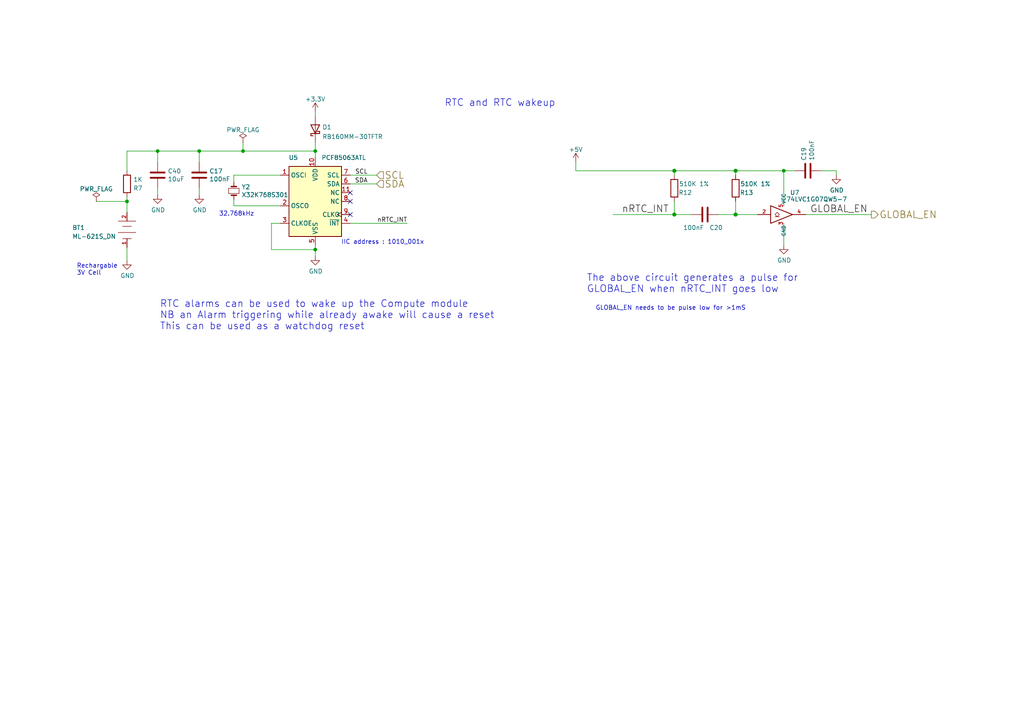
<source format=kicad_sch>
(kicad_sch (version 20211123) (generator eeschema)
  (paper "A4")
  (title_block (title "Yak") (date "2022-02-01") (rev "2") (company "Pionix GmbH") (comment 1 "Cornelius Claussen"))
  (lib_symbols
    (symbol "CM4IO:74LVC1G07_copy"
      (property "Reference" "U" (at -2.54 3.81 0))
      (property "Value" "74LVC1G07_copy" (at 0 -3.81 0))
      (symbol "74LVC1G07_copy_0_1"
        (polyline (pts (xy -2.54 -0.635) (xy -1.27 -0.635)))
        (polyline (pts (xy -3.81 2.54) (xy -3.81 -2.54) (xy 2.54 0) (xy -3.81 2.54)) (stroke (width 0.254)))
        (polyline (pts (xy -1.905 0.635) (xy -2.54 0) (xy -1.905 -0.635) (xy -1.27 0) (xy -1.905 0.635)))
      )
      (symbol "74LVC1G07_copy_1_1"
        (pin input line (at -7.62 0 0) (length 3.81) (name "~") (number "2"))
        (pin power_in line (at 0 -2.54 270) (length 0) (name "GND") (number "3"))
        (pin open_collector line (at 6.35 0 180) (length 3.81) (name "~") (number "4"))
        (pin power_in line (at 0 2.54 90) (length 0) (name "VCC") (number "5"))
      )
    )
    (symbol "Device:C" (pin_numbers hide) (pin_names (offset 0.254))
      (property "Reference" "C" (at 0.635 2.54 0))
      (property "Value" "C" (at 0.635 -2.54 0))
      (symbol "C_0_1"
        (polyline (pts (xy -2.032 -0.762) (xy 2.032 -0.762)) (stroke (width 0.508)))
        (polyline (pts (xy -2.032 0.762) (xy 2.032 0.762)) (stroke (width 0.508)))
      )
      (symbol "C_1_1"
        (pin passive line (at 0 3.81 270) (length 2.794) (name "~") (number "1"))
        (pin passive line (at 0 -3.81 90) (length 2.794) (name "~") (number "2"))
      )
    )
    (symbol "Device:Crystal_Small" (pin_numbers hide) (pin_names (offset 1.016) hide)
      (property "Reference" "Y" (at 0 2.54 0))
      (property "Value" "Crystal_Small" (at 0 -2.54 0))
      (symbol "Crystal_Small_0_1"
        (rectangle (start -0.762 -1.524) (end 0.762 1.524))
        (polyline (pts (xy -1.27 -0.762) (xy -1.27 0.762)) (stroke (width 0.381)))
        (polyline (pts (xy 1.27 -0.762) (xy 1.27 0.762)) (stroke (width 0.381)))
      )
      (symbol "Crystal_Small_1_1"
        (pin passive line (at -2.54 0 0) (length 1.27) (name "1") (number "1"))
        (pin passive line (at 2.54 0 180) (length 1.27) (name "2") (number "2"))
      )
    )
    (symbol "Device:D_Schottky" (pin_numbers hide) (pin_names (offset 1.016) hide)
      (property "Reference" "D" (at 0 2.54 0))
      (property "Value" "D_Schottky" (at 0 -2.54 0))
      (symbol "D_Schottky_0_1"
        (polyline (pts (xy 1.27 0) (xy -1.27 0)))
        (polyline (pts (xy 1.27 1.27) (xy 1.27 -1.27) (xy -1.27 0) (xy 1.27 1.27)) (stroke (width 0.254)))
        (polyline (pts (xy -1.905 0.635) (xy -1.905 1.27) (xy -1.27 1.27) (xy -1.27 -1.27) (xy -0.635 -1.27) (xy -0.635 -0.635)) (stroke (width 0.254)))
      )
      (symbol "D_Schottky_1_1"
        (pin passive line (at -3.81 0 0) (length 2.54) (name "K") (number "1"))
        (pin passive line (at 3.81 0 180) (length 2.54) (name "A") (number "2"))
      )
    )
    (symbol "Device:R" (pin_numbers hide) (pin_names (offset 0))
      (property "Reference" "R" (at 2.032 0 90))
      (property "Value" "R" (at 0 0 90))
      (symbol "R_0_1"
        (rectangle (start -1.016 -2.54) (end 1.016 2.54) (stroke (width 0.254)))
      )
      (symbol "R_1_1"
        (pin passive line (at 0 3.81 270) (length 1.27) (name "~") (number "1"))
        (pin passive line (at 0 -3.81 90) (length 1.27) (name "~") (number "2"))
      )
    )
    (symbol "Pionix:ML-621S_DN" (pin_names (offset 1.016))
      (property "Reference" "BT" (at 0 0 0))
      (property "Value" "ML-621S_DN" (at 0 2.54 0))
      (symbol "ML-621S_DN_1_0"
        (text "+" (at 2.54 -3.048 1) (effects (font (size 1.524 1.524))))
        (text "-" (at 3.81 -12.7 0) (effects (font (size 1.524 1.524))))
      )
      (symbol "ML-621S_DN_1_1"
        (polyline (pts (xy 1.27 -10.16) (xy -1.27 -10.16)))
        (polyline (pts (xy 1.27 -6.604) (xy -1.27 -6.604)))
        (polyline (pts (xy 2.54 -8.382) (xy -2.54 -8.382)))
        (polyline (pts (xy 2.54 -5.08) (xy -2.54 -5.08)))
        (pin power_in line (at 0 -12.7 90) (length 2.54) (name "CATHODE") (number "1"))
        (pin power_in line (at 0 -2.54 270) (length 2.54) (name "ANODE") (number "2"))
      )
    )
    (symbol "Pionix:PCF85063ATL"
      (property "Reference" "U5" (at -6.35 10.16 0))
      (property "Value" "PCF85063ATL" (at 8.255 10.16 0))
      (symbol "PCF85063ATL_0_1"
        (rectangle (start -7.62 7.62) (end 7.62 -12.7) (stroke (width 0.254)) (fill (type background)))
      )
      (symbol "PCF85063ATL_1_1"
        (pin input line (at -10.16 5.08 0) (length 2.54) (name "OSCI") (number "1"))
        (pin power_in line (at 0 10.16 270) (length 2.54) (name "VDD") (number "10"))
        (pin input line (at 10.16 0 180) (length 2.54) (name "NC") (number "11"))
        (pin output line (at -10.16 -3.81 0) (length 2.54) (name "OSCO") (number "2"))
        (pin input line (at -10.16 -8.89 0) (length 2.54) (name "CLKOE") (number "3"))
        (pin output line (at 10.16 -8.89 180) (length 2.54) (name "~{INT}") (number "4"))
        (pin power_in line (at 0 -15.24 90) (length 2.54) (name "VSS") (number "5"))
        (pin bidirectional line (at 10.16 2.54 180) (length 2.54) (name "SDA") (number "6"))
        (pin input line (at 10.16 5.08 180) (length 2.54) (name "SCL") (number "7"))
        (pin input line (at 10.16 -2.54 180) (length 2.54) (name "NC") (number "8"))
        (pin output clock (at 10.16 -6.35 180) (length 2.54) (name "CLKO") (number "9"))
      )
    )
    (symbol "power:+3.3V" (power) (pin_names (offset 0))
      (property "Value" "+3.3V" (at 0 3.556 0))
      (symbol "+3.3V_0_1"
        (polyline (pts (xy -0.762 1.27) (xy 0 2.54)))
        (polyline (pts (xy 0 0) (xy 0 2.54)))
        (polyline (pts (xy 0 2.54) (xy 0.762 1.27)))
      )
      (symbol "+3.3V_1_1"
        (pin power_in line (at 0 0 90) (length 0) hide (name "+3.3V") (number "1"))
      )
    )
    (symbol "power:+5V" (power) (pin_names (offset 0))
      (property "Value" "+5V" (at 0 3.556 0))
      (symbol "+5V_0_1"
        (polyline (pts (xy -0.762 1.27) (xy 0 2.54)))
        (polyline (pts (xy 0 0) (xy 0 2.54)))
        (polyline (pts (xy 0 2.54) (xy 0.762 1.27)))
      )
      (symbol "+5V_1_1"
        (pin power_in line (at 0 0 90) (length 0) hide (name "+5V") (number "1"))
      )
    )
    (symbol "power:GND" (power) (pin_names (offset 0))
      (property "Value" "GND" (at 0 -3.81 0))
      (symbol "GND_0_1"
        (polyline (pts (xy 0 0) (xy 0 -1.27) (xy 1.27 -1.27) (xy 0 -2.54) (xy -1.27 -1.27) (xy 0 -1.27)))
      )
      (symbol "GND_1_1"
        (pin power_in line (at 0 0 270) (length 0) hide (name "GND") (number "1"))
      )
    )
    (symbol "power:PWR_FLAG" (power) (pin_numbers hide) (pin_names (offset 0) hide)
      (property "Value" "PWR_FLAG" (at 0 3.81 0))
      (symbol "PWR_FLAG_0_0"
        (pin power_out line (at 0 0 90) (length 0) (name "pwr") (number "1"))
      )
      (symbol "PWR_FLAG_0_1"
        (polyline (pts (xy 0 0) (xy 0 1.27) (xy -1.016 1.905) (xy 0 2.54) (xy 1.016 1.905) (xy 0 1.27)))
      )
    )
  )
  (junction (at 213.36 62.23) (diameter 1.016))
  (junction (at 195.58 49.53) (diameter 1.016))
  (junction (at 91.44 72.39))
  (junction (at 91.44 43.815))
  (junction (at 57.785 43.815))
  (junction (at 70.485 43.815))
  (junction (at 36.83 58.42))
  (junction (at 213.36 49.53) (diameter 1.016))
  (junction (at 195.58 62.23) (diameter 1.016))
  (junction (at 45.72 43.815))
  (junction (at 227.33 49.53))
  (no_connect (at 101.6 62.23))
  (no_connect (at 101.6 58.42))
  (no_connect (at 101.6 55.88))
  (wire (pts (xy 109.22 53.34) (xy 101.6 53.34)))
  (wire (pts (xy 57.785 56.515) (xy 57.785 54.61)))
  (wire (pts (xy 101.6 64.77) (xy 118.11 64.77)))
  (wire (pts (xy 78.74 64.77) (xy 78.74 72.39)))
  (wire (pts (xy 78.74 72.39) (xy 91.44 72.39)))
  (wire (pts (xy 81.28 64.77) (xy 78.74 64.77)))
  (wire (pts (xy 227.33 49.53) (xy 227.33 59.69)))
  (wire (pts (xy 213.36 62.23) (xy 219.71 62.23)))
  (wire (pts (xy 36.83 57.15) (xy 36.83 58.42)))
  (wire (pts (xy 36.83 71.755) (xy 36.83 75.565)))
  (wire (pts (xy 195.58 49.53) (xy 213.36 49.53)))
  (wire (pts (xy 81.28 59.69) (xy 67.818 59.69)))
  (wire (pts (xy 45.72 56.515) (xy 45.72 54.61)))
  (wire (pts (xy 195.58 49.53) (xy 195.58 50.8)))
  (wire (pts (xy 109.22 50.8) (xy 101.6 50.8)))
  (wire (pts (xy 70.485 41.275) (xy 70.485 43.815)))
  (wire (pts (xy 195.58 62.23) (xy 195.58 58.42)))
  (wire (pts (xy 91.44 43.815) (xy 91.44 45.72)))
  (wire (pts (xy 36.83 58.42) (xy 36.83 61.595)))
  (wire (pts (xy 57.785 43.815) (xy 57.785 46.99)))
  (wire (pts (xy 242.57 49.53) (xy 242.57 50.8)))
  (wire (pts (xy 238.125 49.53) (xy 242.57 49.53)))
  (wire (pts (xy 213.36 62.23) (xy 213.36 58.42)))
  (wire (pts (xy 177.8 62.23) (xy 195.58 62.23)))
  (wire (pts (xy 91.44 41.275) (xy 91.44 43.815)))
  (wire (pts (xy 91.44 32.385) (xy 91.44 33.655)))
  (wire (pts (xy 67.818 50.8) (xy 81.28 50.8)))
  (wire (pts (xy 45.72 43.815) (xy 57.785 43.815)))
  (wire (pts (xy 67.818 59.69) (xy 67.818 57.912)))
  (wire (pts (xy 67.818 50.8) (xy 67.818 52.832)))
  (wire (pts (xy 57.785 43.815) (xy 70.485 43.815)))
  (wire (pts (xy 167.005 49.53) (xy 195.58 49.53)))
  (wire (pts (xy 36.83 43.815) (xy 45.72 43.815)))
  (wire (pts (xy 227.33 64.77) (xy 227.33 71.12)))
  (wire (pts (xy 167.005 46.99) (xy 167.005 49.53)))
  (wire (pts (xy 233.68 62.23) (xy 252.73 62.23)))
  (wire (pts (xy 195.58 62.23) (xy 200.66 62.23)))
  (wire (pts (xy 70.485 43.815) (xy 91.44 43.815)))
  (wire (pts (xy 213.36 49.53) (xy 213.36 50.8)))
  (wire (pts (xy 91.44 71.12) (xy 91.44 72.39)))
  (wire (pts (xy 91.44 72.39) (xy 91.44 74.295)))
  (wire (pts (xy 27.94 58.42) (xy 36.83 58.42)))
  (wire (pts (xy 208.28 62.23) (xy 213.36 62.23)))
  (wire (pts (xy 213.36 49.53) (xy 227.33 49.53)))
  (wire (pts (xy 227.33 49.53) (xy 230.505 49.53)))
  (wire (pts (xy 36.83 43.815) (xy 36.83 49.53)))
  (wire (pts (xy 45.72 43.815) (xy 45.72 46.99)))
  (text "RTC and RTC wakeup" (at 128.905 31.115 0) (effects (font (size 2.0066 2.0066)) (justify left bottom)))
  (text "The above circuit generates a pulse for\nGLOBAL_EN when nRTC_INT goes low" (at 170.18 85.09 0) (effects (font (size 2.0066 2.0066)) (justify left bottom)))
  (text "Rechargable \n3V Cell" (at 22.225 80.01 0) (effects (font (size 1.27 1.27)) (justify left bottom)))
  (text "32.768kHz" (at 63.5 62.865 0) (effects (font (size 1.27 1.27)) (justify left bottom)))
  (text "GLOBAL_EN needs to be pulse low for >1mS" (at 172.72 90.17 0) (effects (font (size 1.27 1.27)) (justify left bottom)))
  (text "RTC alarms can be used to wake up the Compute module\nNB an Alarm triggering while already awake will cause a reset \nThis can be used as a watchdog reset " (at 46.355 95.885 0) (effects (font (size 2.0066 2.0066)) (justify left bottom)))
  (text "IIC address : 1010_001x" (at 98.9838 71.0438 0) (effects (font (size 1.27 1.27)) (justify left bottom)))
  (label "GLOBAL_EN" (at 234.95 62.23 0) (effects (font (size 2.0066 2.0066))))
  (label "SDA" (at 106.68 53.34 180))
  (label "nRTC_INT" (at 118.11 64.77 180))
  (label "SCL" (at 106.68 50.8 180))
  (label "nRTC_INT" (at 180.34 62.23 0) (effects (font (size 2.0066 2.0066))))
  (hierarchical_label "SDA" (shape input) (at 109.22 53.34 0) (effects (font (size 2.0066 2.0066))))
  (hierarchical_label "SCL" (shape input) (at 109.22 50.8 0) (effects (font (size 2.0066 2.0066))))
  (hierarchical_label "GLOBAL_EN" (shape output) (at 252.73 62.23 0) (effects (font (size 2.0066 2.0066))))
  (symbol (lib_id "power:GND") (at 91.44 74.295 0) (unit 1)
    (property "Reference" "#PWR034" (effects hide))
    (property "Value" "GND" (at 91.567 78.6892 0))
  )
  (symbol (lib_id "power:GND") (at 36.83 75.565 0) (unit 1)
    (property "Reference" "#PWR032" (effects hide))
    (property "Value" "GND" (at 36.957 79.9592 0))
  )
  (symbol (lib_id "CM4IO:74LVC1G07_copy") (at 227.33 62.23 0) (unit 1)
    (property "Reference" "U7" (at 230.505 55.88 0))
    (property "Value" "74LVC1G07QW5-7" (at 236.855 57.785 0))
    (property "Footprint" "Package_TO_SOT_SMD:SOT-23-5" (effects hide))
    (property "Datasheet" "http://www.ti.com/lit/sg/scyt129e/scyt129e.pdf" (effects hide))
    (property "Field4" "Digikey" (effects hide))
    (property "Field5" "74LVC1G07QW5-7CT-ND" (effects hide))
    (property "Field6" "74LVC1G07QW5-7" (effects hide))
    (property "Field7" "Diodes" (effects hide))
    (property "Part Description" "Buffer, Non-Inverting 1 Element 1 Bit per Element Open Drain Output SOT-353" (effects hide))
  )
  (symbol (lib_id "Device:R") (at 195.58 54.61 180) (unit 1)
    (property "Reference" "R12" (at 198.755 55.88 0))
    (property "Value" "510K 1%" (at 201.295 53.34 0))
    (property "Footprint" "Resistor_SMD:R_0603_1608Metric" (effects hide))
    (property "Field4" "Farnell" (effects hide))
    (property "Field5" "1458807" (effects hide))
    (property "Field7" "Yageo" (effects hide))
    (property "Field6" "RC0402FR-07510KL" (effects hide))
    (property "STANDARD" "Resistor 510K 50V 0402 M1005 1% 63mW" (effects hide))
  )
  (symbol (lib_id "Device:R") (at 213.36 54.61 180) (unit 1)
    (property "Reference" "R13" (at 216.535 55.88 0))
    (property "Value" "510K 1%" (at 219.075 53.34 0))
    (property "Footprint" "Resistor_SMD:R_0603_1608Metric" (effects hide))
    (property "Field4" "Farnell" (effects hide))
    (property "Field5" "1458807" (effects hide))
    (property "Field7" "Yageo" (effects hide))
    (property "Field6" "RC0402FR-07510KL" (effects hide))
    (property "STANDARD" "Resistor 510K 50V 0402 M1005 1% 63mW" (effects hide))
  )
  (symbol (lib_id "Device:C") (at 234.315 49.53 90) (unit 1)
    (property "Reference" "C19" (at 233.1466 46.609 0) (effects (justify left)))
    (property "Value" "100nF" (at 235.458 46.609 0) (effects (justify left)))
    (property "Footprint" "Capacitor_SMD:C_0603_1608Metric" (effects hide))
    (property "Field4" "Farnell" (effects hide))
    (property "Field5" "9402047RL " (effects hide))
    (property "Field6" "CC0402KRX7R7BB104" (effects hide))
    (property "Field7" "Yageo" (effects hide))
    (property "STANDARD" "100nF 10% 16V Ceramic Capacitor X7R 0402 (1005 Metric)" (effects hide))
  )
  (symbol (lib_id "Device:C") (at 204.47 62.23 270) (unit 1)
    (property "Reference" "C20" (at 205.74 66.04 90) (effects (justify left)))
    (property "Value" "100nF" (at 198.12 66.04 90) (effects (justify left)))
    (property "Footprint" "Capacitor_SMD:C_0603_1608Metric" (effects hide))
    (property "Field4" "Farnell" (effects hide))
    (property "Field5" "9402047RL " (effects hide))
    (property "Field6" "CC0402KRX7R7BB104" (effects hide))
    (property "Field7" "Yageo" (effects hide))
    (property "STANDARD" "100nF 10% 16V Ceramic Capacitor X7R 0402 (1005 Metric)" (effects hide))
  )
  (symbol (lib_id "power:GND") (at 227.33 71.12 0) (unit 1)
    (property "Reference" "#PWR043" (effects hide))
    (property "Value" "GND" (at 227.457 75.5142 0))
  )
  (symbol (lib_id "power:GND") (at 242.57 50.8 0) (unit 1)
    (property "Reference" "#PWR040" (effects hide))
    (property "Value" "GND" (at 242.697 55.1942 0))
  )
  (symbol (lib_id "Device:Crystal_Small") (at 67.818 55.372 90) (unit 1)
    (property "Reference" "Y2" (at 70.0532 54.229 90) (effects (justify right)))
    (property "Value" "X32K768S301" (at 70.0532 56.515 90) (effects (justify right)))
    (property "Footprint" "Crystal:Crystal_SMD_3215-2Pin_3.2x1.5mm" (effects hide))
    (property "Field6" "X32K768S301" (effects hide))
    (property "Field7" "AEL" (effects hide))
    (property "Part Description" "Crystal 32.768KHz 7pF 20pmm" (effects hide))
    (property "Field4" "Farnell" (effects hide))
    (property "Field5" "2467441" (effects hide))
  )
  (symbol (lib_id "power:GND") (at 45.72 56.515 0) (unit 1)
    (property "Reference" "#PWR0146" (effects hide))
    (property "Value" "GND" (at 45.847 60.9092 0))
  )
  (symbol (lib_id "Device:C") (at 45.72 50.8 0) (unit 1)
    (property "Reference" "C40" (at 48.641 49.6316 0) (effects (justify left)))
    (property "Value" "10uF" (at 48.641 51.943 0) (effects (justify left)))
    (property "Footprint" "Capacitor_SMD:C_0805_2012Metric" (effects hide))
    (property "Field5" "587-3319-1-ND" (effects hide))
    (property "Field4" "Digikey" (effects hide))
    (property "Field6" "EMK212BB7106MG-T" (effects hide))
    (property "Field7" "Taiyo Yuden" (effects hide))
    (property "STANDARD" "10uF 10% 16V Ceramic Capacitor X7R 0805 (2012 Metric)" (effects hide))
  )
  (symbol (lib_id "power:PWR_FLAG") (at 70.485 41.275 0) (unit 1)
    (property "Reference" "#FLG01" (effects hide))
    (property "Value" "PWR_FLAG" (at 70.485 37.6705 0))
  )
  (symbol (lib_id "power:PWR_FLAG") (at 27.94 58.42 0) (unit 1)
    (property "Reference" "#FLG0105" (effects hide))
    (property "Value" "PWR_FLAG" (at 27.94 54.8155 0))
  )
  (symbol (lib_id "Pionix:PCF85063ATL") (at 91.44 55.88 0) (unit 1)
    (property "Reference" "U5" (at 85.09 45.72 0))
    (property "Value" "PCF85063ATL" (at 99.695 45.72 0))
    (property "Footprint" "Pionix:NXP_Semiconductors-SOT1197-1-02_2016-0-MFG" (effects hide))
    (property "Field4" "Digikey" (effects hide))
    (property "Field5" "568-10235-1-ND" (effects hide))
    (property "Field7" "NXP" (effects hide))
    (property "Field6" "PCF85063ATL/1,118" (effects hide))
    (property "Part Description" "Realtime Clock/Calendar I2C Interface" (effects hide))
  )
  (symbol (lib_id "power:+3.3V") (at 91.44 32.385 0) (unit 1)
    (property "Reference" "#PWR0151" (effects hide))
    (property "Value" "+3.3V" (at 91.44 28.7805 0))
  )
  (symbol (lib_id "Device:R") (at 36.83 53.34 180) (unit 1)
    (property "Reference" "R7" (at 40.005 54.61 0))
    (property "Value" "1K" (at 40.005 52.07 0))
    (property "Footprint" "Resistor_SMD:R_0603_1608Metric" (effects hide))
    (property "Field4" "Farnell" (effects hide))
    (property "Field5" "1458807" (effects hide))
    (property "Field7" "Yageo" (effects hide))
    (property "Field6" "RC0402FR-07510KL" (effects hide))
    (property "STANDARD" "Resistor 510K 50V 0402 M1005 1% 63mW" (effects hide))
  )
  (symbol (lib_id "Device:D_Schottky") (at 91.44 37.465 90) (unit 1)
    (property "Reference" "D1" (at 93.472 36.874 90) (effects (justify right)))
    (property "Value" "RB160MM-30TFTR" (at 93.472 39.6491 90) (effects (justify right)))
    (property "Footprint" "Diode_SMD:D_SOD-123F" (effects hide))
    (property "Field4" "Farnell" (effects hide))
    (property "Field5" "2693987" (effects hide))
    (property "Field6" "RB160MM-30TFTR" (effects hide))
    (property "Field7" "Rohm" (effects hide))
    (property "Part Description" "30V 1A SOD-123F 480mV Schottky Diode" (effects hide))
  )
  (symbol (lib_id "Pionix:ML-621S_DN") (at 36.83 59.055 0) (unit 1)
    (property "Reference" "BT1" (at 20.955 66.04 0) (effects (justify left)))
    (property "Value" "ML-621S_DN" (at 20.955 68.58 0) (effects (justify left)))
    (property "Footprint" "Pionix:Panasonic-ML-621S_DN-0-0-MFG" (effects hide))
    (property "Datasheet" "https://media.digikey.com/pdf/Data%20Sheets/Panasonic%20Inustrial/ML_Serie.pdf" (effects hide))
    (property "automotive" "No" (effects hide))
    (property "category" "Batt" (effects hide))
    (property "device class L1" "Passive Components" (effects hide))
    (property "device class L2" "unset" (effects hide))
    (property "device class L3" "unset" (effects hide))
    (property "digikey description" "BATTERY LITH 3V 5MAH COIN 6.8MM" (effects hide))
    (property "digikey part number" "P044-ND" (effects hide))
    (property "footprint url" "https://media.digikey.com/pdf/Other%20Related%20Documents/Panasonic%20Other%20Doc/ML%20Series%20Tab%20Configurations.pdf" (effects hide))
    (property "height" "7.75mm" (effects hide))
    (property "library id" "8888a9aeb6237981" (effects hide))
    (property "manufacturer" "Panasonic" (effects hide))
    (property "mouser description" "Coin Cell Battery 3V 5.0 mAh RECHG 2PIN FLAT SMT-NO INS\r\\n\r\\n\r\\n" (effects hide))
    (property "mouser part number" "658-ML-621S/DN" (effects hide))
    (property "package" "BATTERY" (effects hide))
    (property "temperature range high" "+60°C" (effects hide))
    (property "temperature range low" "-20°C" (effects hide))
    (property "Field4" "Digikey" (effects hide))
    (property "Field5" "PO44-ND" (effects hide))
    (property "Field6" "ML-621S_DN" (effects hide))
    (property "Field7" "Panasonic" (effects hide))
    (property "Part Description" " ML-621S/DK Secondary Coin Lithium Battery" (effects hide))
  )
  (symbol (lib_id "power:+5V") (at 167.005 46.99 0) (unit 1)
    (property "Reference" "#PWR039" (effects hide))
    (property "Value" "+5V" (at 167.005 43.3855 0))
  )
  (symbol (lib_id "power:GND") (at 57.785 56.515 0) (unit 1)
    (property "Reference" "#PWR033" (effects hide))
    (property "Value" "GND" (at 57.912 60.9092 0))
  )
  (symbol (lib_id "Device:C") (at 57.785 50.8 0) (unit 1)
    (property "Reference" "C17" (at 60.706 49.6316 0) (effects (justify left)))
    (property "Value" "100nF" (at 60.706 51.943 0) (effects (justify left)))
    (property "Footprint" "Capacitor_SMD:C_0603_1608Metric" (effects hide))
    (property "Field4" "Farnell" (effects hide))
    (property "Field5" "9402047RL " (effects hide))
    (property "Field6" "CC0402KRX7R7BB104" (effects hide))
    (property "Field7" "Yageo" (effects hide))
    (property "STANDARD" "100nF 10% 16V Ceramic Capacitor X7R 0402 (1005 Metric)" (effects hide))
  )
)
</source>
